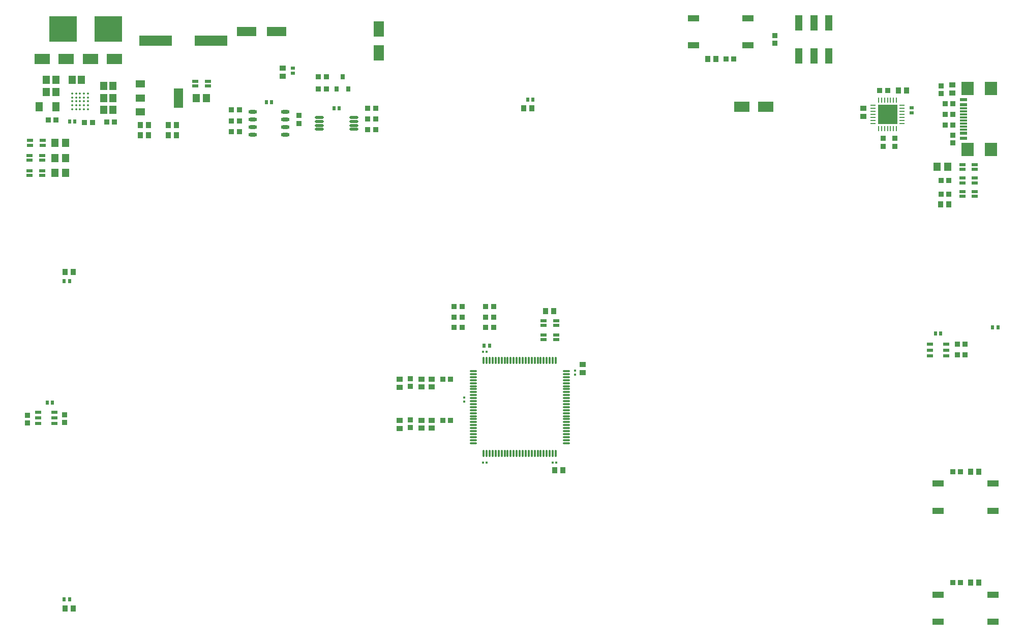
<source format=gtp>
G04*
G04 #@! TF.GenerationSoftware,Altium Limited,Altium Designer,21.4.1 (30)*
G04*
G04 Layer_Color=8421504*
%FSLAX44Y44*%
%MOMM*%
G71*
G04*
G04 #@! TF.SameCoordinates,A141D3DD-4A5E-4641-B441-74F08AAE2887*
G04*
G04*
G04 #@! TF.FilePolarity,Positive*
G04*
G01*
G75*
%ADD21R,1.3000X1.4000*%
%ADD22R,1.1500X0.6000*%
%ADD23R,2.0000X2.1800*%
%ADD24R,1.1500X0.3000*%
%ADD25R,0.9000X0.2500*%
%ADD26R,0.2500X0.9000*%
%ADD27R,3.2500X3.2500*%
%ADD28R,0.4000X0.3500*%
%ADD29R,0.3500X0.4000*%
%ADD30R,1.0000X0.5000*%
%ADD31R,1.0000X0.9000*%
%ADD32R,0.9000X1.0000*%
%ADD33R,0.6400X0.6000*%
%ADD34R,0.6000X0.6400*%
%ADD35C,0.3500*%
%ADD36R,0.8500X0.9500*%
%ADD37R,1.0000X0.5500*%
%ADD38R,0.9500X0.8500*%
%ADD39O,1.2000X0.3000*%
%ADD40O,0.3000X1.2000*%
%ADD41R,1.2000X2.5000*%
%ADD42R,1.9000X1.0000*%
%ADD43R,2.5000X1.7000*%
%ADD44R,1.1500X1.3500*%
%ADD45R,0.8000X0.9000*%
%ADD46R,1.7000X2.5000*%
%ADD47O,1.4500X0.6000*%
%ADD48O,1.5000X0.4500*%
%ADD49R,5.4000X1.8000*%
%ADD50R,3.2000X1.6000*%
%ADD51R,1.6000X1.2000*%
%ADD52R,1.6000X3.3000*%
%ADD53R,1.2000X1.6500*%
%ADD54R,4.6000X4.2400*%
D21*
X308000Y1045000D02*
D03*
X292000D02*
D03*
X308000Y1025000D02*
D03*
X292000D02*
D03*
X308000Y1005000D02*
D03*
X292000D02*
D03*
X197000Y1035000D02*
D03*
X213000D02*
D03*
X197000Y1055000D02*
D03*
X213000D02*
D03*
X255500D02*
D03*
X239500D02*
D03*
D22*
X1724000Y1022000D02*
D03*
Y1014000D02*
D03*
Y958000D02*
D03*
Y966000D02*
D03*
D23*
X1730500Y938900D02*
D03*
Y1041100D02*
D03*
X1769500Y938900D02*
D03*
Y1041100D02*
D03*
D24*
X1724000Y972500D02*
D03*
Y977500D02*
D03*
Y982500D02*
D03*
Y987500D02*
D03*
Y992500D02*
D03*
Y997500D02*
D03*
Y1002500D02*
D03*
Y1007500D02*
D03*
D25*
X1573500Y1012500D02*
D03*
Y1007500D02*
D03*
Y1002500D02*
D03*
Y997500D02*
D03*
Y992500D02*
D03*
Y982500D02*
D03*
Y987500D02*
D03*
X1621500Y1012500D02*
D03*
Y1007500D02*
D03*
Y1002500D02*
D03*
Y997500D02*
D03*
Y992500D02*
D03*
Y982500D02*
D03*
Y987500D02*
D03*
D26*
X1582500Y973500D02*
D03*
X1587500D02*
D03*
X1592500D02*
D03*
X1597500D02*
D03*
X1602500D02*
D03*
X1607500D02*
D03*
X1612500D02*
D03*
X1582500Y1021500D02*
D03*
X1587500D02*
D03*
X1592500D02*
D03*
X1597500D02*
D03*
X1602500D02*
D03*
X1607500D02*
D03*
X1612500D02*
D03*
D27*
X1597500Y997500D02*
D03*
D28*
X923800Y602500D02*
D03*
X930000D02*
D03*
X1046200Y417500D02*
D03*
X1040000D02*
D03*
X930000D02*
D03*
X923800D02*
D03*
D29*
X1077500Y570600D02*
D03*
Y564400D02*
D03*
X892500Y519400D02*
D03*
Y525600D02*
D03*
D30*
X466000Y1045000D02*
D03*
X445000D02*
D03*
Y1053000D02*
D03*
X466000D02*
D03*
X1045500Y630500D02*
D03*
X1024500D02*
D03*
Y622500D02*
D03*
X1045500D02*
D03*
Y654000D02*
D03*
X1024500D02*
D03*
Y646000D02*
D03*
X1045500D02*
D03*
X1743000Y914000D02*
D03*
X1722000D02*
D03*
Y906000D02*
D03*
X1743000D02*
D03*
Y891500D02*
D03*
X1722000D02*
D03*
Y883500D02*
D03*
X1743000D02*
D03*
Y869000D02*
D03*
X1722000D02*
D03*
Y861000D02*
D03*
X1743000D02*
D03*
X190000Y929000D02*
D03*
X169000D02*
D03*
Y921000D02*
D03*
X190000D02*
D03*
X190500Y954000D02*
D03*
X169500D02*
D03*
Y946000D02*
D03*
X190500D02*
D03*
X190000Y904000D02*
D03*
X169000D02*
D03*
Y896000D02*
D03*
X190000D02*
D03*
D31*
X1705450Y1033250D02*
D03*
Y1046750D02*
D03*
X1557500Y1007500D02*
D03*
Y994000D02*
D03*
X590000Y1074250D02*
D03*
Y1060750D02*
D03*
X1090000Y581000D02*
D03*
Y567500D02*
D03*
X785000Y556342D02*
D03*
Y542842D02*
D03*
Y487777D02*
D03*
Y474277D02*
D03*
X821500Y543500D02*
D03*
X838500D02*
D03*
X821500Y556500D02*
D03*
X838500D02*
D03*
X821500Y474777D02*
D03*
X838500D02*
D03*
X821500Y487777D02*
D03*
X838500D02*
D03*
D32*
X1686300Y847500D02*
D03*
X1699800D02*
D03*
X1615750Y1037500D02*
D03*
X1629250D02*
D03*
X228250Y175000D02*
D03*
X241750D02*
D03*
X228250Y735000D02*
D03*
X241750D02*
D03*
X1005250Y1007500D02*
D03*
X991750D02*
D03*
X1735750Y217500D02*
D03*
X1749250D02*
D03*
X1735750Y402500D02*
D03*
X1749250D02*
D03*
X1041750Y670000D02*
D03*
X1028250D02*
D03*
X1056750Y405000D02*
D03*
X1043250D02*
D03*
X1311750Y1090000D02*
D03*
X1298250D02*
D03*
X400000Y963000D02*
D03*
X413500D02*
D03*
X400000Y980000D02*
D03*
X413500D02*
D03*
X353250Y963000D02*
D03*
X366750D02*
D03*
X353250Y980000D02*
D03*
X366750D02*
D03*
D33*
X1637500Y1008800D02*
D03*
Y1000000D02*
D03*
X607500Y1075000D02*
D03*
Y1066200D02*
D03*
D34*
X571900Y1017500D02*
D03*
X563100D02*
D03*
X206900Y517500D02*
D03*
X198100D02*
D03*
X1677500Y632500D02*
D03*
X1686300D02*
D03*
X1781300Y642500D02*
D03*
X1772500D02*
D03*
X226600Y190000D02*
D03*
X235400D02*
D03*
X226600Y720000D02*
D03*
X235400D02*
D03*
X1006900Y1022500D02*
D03*
X998100D02*
D03*
X684400Y1007500D02*
D03*
X675600D02*
D03*
X926000Y612500D02*
D03*
X934800D02*
D03*
X244400Y985901D02*
D03*
X235600D02*
D03*
D35*
X265756Y1025905D02*
D03*
Y1019405D02*
D03*
Y1012905D02*
D03*
Y1006405D02*
D03*
X239756Y1025905D02*
D03*
X259256Y1019405D02*
D03*
Y1012905D02*
D03*
Y1006405D02*
D03*
X252756Y1012905D02*
D03*
Y1019405D02*
D03*
Y1025905D02*
D03*
Y1006405D02*
D03*
X246255Y1025905D02*
D03*
Y1019405D02*
D03*
Y1012905D02*
D03*
Y1006405D02*
D03*
X239756D02*
D03*
Y1012905D02*
D03*
Y1019405D02*
D03*
X259256Y1025905D02*
D03*
X265756Y1032405D02*
D03*
X239756D02*
D03*
X252756D02*
D03*
X246255D02*
D03*
X259256D02*
D03*
D36*
X889000Y677500D02*
D03*
X876000D02*
D03*
X889000Y660000D02*
D03*
X876000D02*
D03*
X889000Y642500D02*
D03*
X876000D02*
D03*
X941500Y677500D02*
D03*
X928500D02*
D03*
X941500Y660000D02*
D03*
X928500D02*
D03*
X941500Y642500D02*
D03*
X928500D02*
D03*
X1713500Y597500D02*
D03*
X1726500D02*
D03*
X1713500Y615000D02*
D03*
X1726500D02*
D03*
X1584500Y1037500D02*
D03*
X1597500D02*
D03*
X1686550Y887500D02*
D03*
X1699550D02*
D03*
X1686550Y865000D02*
D03*
X1699550D02*
D03*
X1328500Y1090000D02*
D03*
X1341500D02*
D03*
X1693250Y1015000D02*
D03*
X1706250D02*
D03*
X1706250Y997500D02*
D03*
X1693250D02*
D03*
X1706250Y980000D02*
D03*
X1693250D02*
D03*
X310500Y985000D02*
D03*
X297500D02*
D03*
X1719000Y217500D02*
D03*
X1706000D02*
D03*
X1719000Y402500D02*
D03*
X1706000D02*
D03*
X869869Y556750D02*
D03*
X856869D02*
D03*
X869869Y488027D02*
D03*
X856869D02*
D03*
X650000Y1040000D02*
D03*
X663000D02*
D03*
Y1060000D02*
D03*
X650000D02*
D03*
X745000Y1007500D02*
D03*
X732000D02*
D03*
X505000Y968697D02*
D03*
X518000D02*
D03*
X505000Y1005000D02*
D03*
X518000D02*
D03*
X505000Y986889D02*
D03*
X518000D02*
D03*
X745000Y990000D02*
D03*
X732000D02*
D03*
X745000Y972500D02*
D03*
X732000D02*
D03*
X200050Y988613D02*
D03*
X213050D02*
D03*
X260506Y983901D02*
D03*
X273505D02*
D03*
D37*
X1695400Y605000D02*
D03*
X1668400Y614500D02*
D03*
Y605000D02*
D03*
Y595500D02*
D03*
X1695400D02*
D03*
Y614500D02*
D03*
X210000Y501500D02*
D03*
Y482500D02*
D03*
X183000D02*
D03*
Y492000D02*
D03*
Y501500D02*
D03*
X210000Y492000D02*
D03*
D38*
X617500Y982500D02*
D03*
Y995500D02*
D03*
X1706250Y950000D02*
D03*
Y963000D02*
D03*
X1590000Y957500D02*
D03*
Y944500D02*
D03*
X1610000Y957500D02*
D03*
Y944500D02*
D03*
X1410000Y1116000D02*
D03*
Y1129000D02*
D03*
X1686950Y1045200D02*
D03*
Y1032200D02*
D03*
X802802Y544392D02*
D03*
Y557392D02*
D03*
Y475827D02*
D03*
Y488827D02*
D03*
X165000Y496500D02*
D03*
Y483500D02*
D03*
X227500Y497500D02*
D03*
Y484500D02*
D03*
D39*
X907500Y570000D02*
D03*
Y565000D02*
D03*
Y560000D02*
D03*
Y555000D02*
D03*
Y550000D02*
D03*
Y545000D02*
D03*
Y540000D02*
D03*
Y535000D02*
D03*
Y530000D02*
D03*
Y525000D02*
D03*
Y520000D02*
D03*
Y515000D02*
D03*
Y510000D02*
D03*
Y505000D02*
D03*
Y500000D02*
D03*
Y495000D02*
D03*
Y490000D02*
D03*
Y485000D02*
D03*
Y480000D02*
D03*
Y475000D02*
D03*
Y470000D02*
D03*
Y465000D02*
D03*
Y460000D02*
D03*
Y455000D02*
D03*
Y450000D02*
D03*
X1062500D02*
D03*
Y455000D02*
D03*
Y460000D02*
D03*
Y465000D02*
D03*
Y470000D02*
D03*
Y475000D02*
D03*
Y480000D02*
D03*
Y485000D02*
D03*
Y490000D02*
D03*
Y495000D02*
D03*
Y500000D02*
D03*
Y505000D02*
D03*
Y510000D02*
D03*
Y515000D02*
D03*
Y520000D02*
D03*
Y525000D02*
D03*
Y530000D02*
D03*
Y535000D02*
D03*
Y540000D02*
D03*
Y545000D02*
D03*
Y550000D02*
D03*
Y555000D02*
D03*
Y560000D02*
D03*
Y565000D02*
D03*
Y570000D02*
D03*
D40*
X925000Y432500D02*
D03*
X930000D02*
D03*
X935000D02*
D03*
X940000D02*
D03*
X945000D02*
D03*
X950000D02*
D03*
X955000D02*
D03*
X960000D02*
D03*
X965000D02*
D03*
X970000D02*
D03*
X975000D02*
D03*
X980000D02*
D03*
X985000D02*
D03*
X990000D02*
D03*
X995000D02*
D03*
X1000000D02*
D03*
X1005000D02*
D03*
X1010000D02*
D03*
X1015000D02*
D03*
X1020000D02*
D03*
X1025000D02*
D03*
X1030000D02*
D03*
X1035000D02*
D03*
X1040000D02*
D03*
X1045000D02*
D03*
Y587500D02*
D03*
X1040000D02*
D03*
X1035000D02*
D03*
X1030000D02*
D03*
X1025000D02*
D03*
X1020000D02*
D03*
X1015000D02*
D03*
X1010000D02*
D03*
X1005000D02*
D03*
X1000000D02*
D03*
X995000D02*
D03*
X990000D02*
D03*
X985000D02*
D03*
X980000D02*
D03*
X975000D02*
D03*
X970000D02*
D03*
X965000D02*
D03*
X960000D02*
D03*
X955000D02*
D03*
X950000D02*
D03*
X945000D02*
D03*
X940000D02*
D03*
X935000D02*
D03*
X930000D02*
D03*
X925000D02*
D03*
D41*
X1475000Y1150000D02*
D03*
X1500000Y1095000D02*
D03*
X1450000Y1150000D02*
D03*
X1500000D02*
D03*
X1475000Y1095000D02*
D03*
X1450000D02*
D03*
D42*
X1274500Y1112500D02*
D03*
X1365500Y1157500D02*
D03*
X1274500D02*
D03*
X1365500Y1112500D02*
D03*
X1773000Y197500D02*
D03*
X1682000Y152500D02*
D03*
X1773000D02*
D03*
X1682000Y197500D02*
D03*
X1773000Y382500D02*
D03*
X1682000Y337500D02*
D03*
X1773000D02*
D03*
X1682000Y382500D02*
D03*
D43*
X1355000Y1010000D02*
D03*
X1395000D02*
D03*
X190000Y1090000D02*
D03*
X230000D02*
D03*
X270000D02*
D03*
X310000D02*
D03*
D44*
X1680000Y910000D02*
D03*
X1697500D02*
D03*
X463750Y1025000D02*
D03*
X446250D02*
D03*
X211250Y900000D02*
D03*
X228750D02*
D03*
X228750Y925000D02*
D03*
X211250D02*
D03*
X211250Y950000D02*
D03*
X228750D02*
D03*
D45*
X680500Y1040000D02*
D03*
X699500D02*
D03*
X690000Y1060000D02*
D03*
D46*
X750000Y1100000D02*
D03*
Y1140000D02*
D03*
D47*
X540250Y1001550D02*
D03*
Y988850D02*
D03*
Y976150D02*
D03*
Y963450D02*
D03*
X594750Y1001550D02*
D03*
Y988850D02*
D03*
Y976150D02*
D03*
Y963450D02*
D03*
D48*
X709000Y972750D02*
D03*
Y979250D02*
D03*
Y985750D02*
D03*
Y992250D02*
D03*
X651000Y972750D02*
D03*
Y979250D02*
D03*
Y985750D02*
D03*
Y992250D02*
D03*
D49*
X379000Y1120000D02*
D03*
X471000D02*
D03*
D50*
X580462Y1135203D02*
D03*
X530462D02*
D03*
D51*
X353000Y1048000D02*
D03*
Y1025000D02*
D03*
Y1002000D02*
D03*
D52*
X417000Y1025000D02*
D03*
D53*
X184750Y1010000D02*
D03*
X212750D02*
D03*
D54*
X225000Y1140000D02*
D03*
X300000D02*
D03*
M02*

</source>
